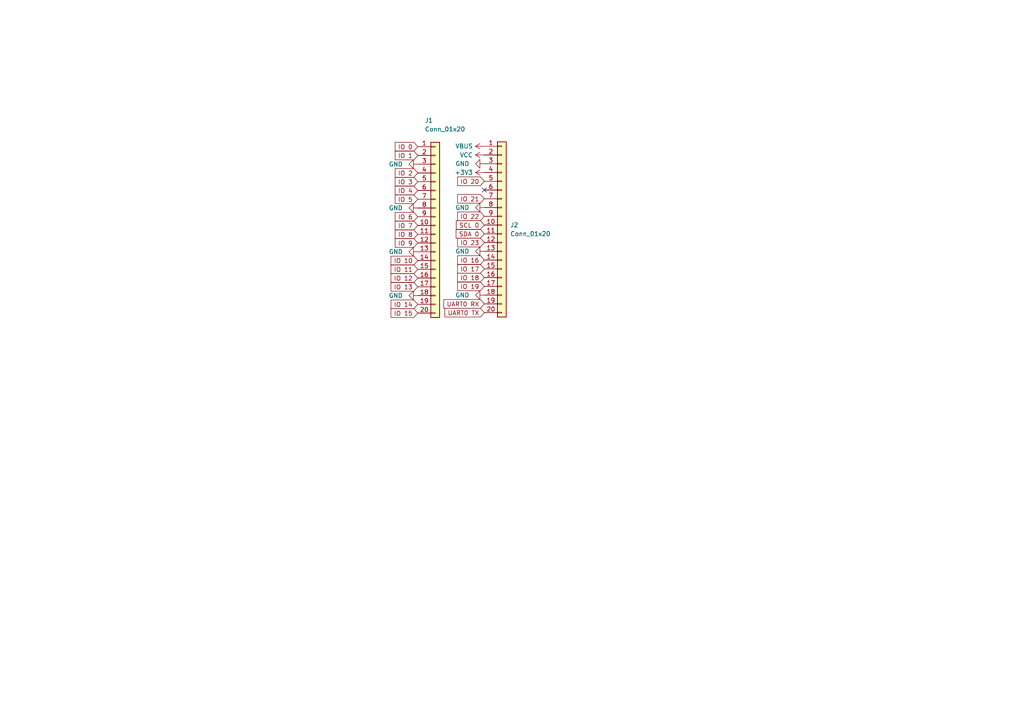
<source format=kicad_sch>
(kicad_sch (version 20211123) (generator eeschema)
  (paper "A4")
  (lib_symbols
    (symbol "Connector_Generic:Conn_01x20" (pin_names (offset 1.016) hide)
      (property "Reference" "J" (at 0 25.4 0))
      (property "Value" "Conn_01x20" (at 0 -27.94 0))
      (symbol "Conn_01x20_1_1"
        (rectangle (start -1.27 -25.273) (end 0 -25.527) (stroke (width 0.1524)))
        (rectangle (start -1.27 -22.733) (end 0 -22.987) (stroke (width 0.1524)))
        (rectangle (start -1.27 -20.193) (end 0 -20.447) (stroke (width 0.1524)))
        (rectangle (start -1.27 -17.653) (end 0 -17.907) (stroke (width 0.1524)))
        (rectangle (start -1.27 -15.113) (end 0 -15.367) (stroke (width 0.1524)))
        (rectangle (start -1.27 -12.573) (end 0 -12.827) (stroke (width 0.1524)))
        (rectangle (start -1.27 -10.033) (end 0 -10.287) (stroke (width 0.1524)))
        (rectangle (start -1.27 -7.493) (end 0 -7.747) (stroke (width 0.1524)))
        (rectangle (start -1.27 -4.953) (end 0 -5.207) (stroke (width 0.1524)))
        (rectangle (start -1.27 -2.413) (end 0 -2.667) (stroke (width 0.1524)))
        (rectangle (start -1.27 0.127) (end 0 -0.127) (stroke (width 0.1524)))
        (rectangle (start -1.27 2.667) (end 0 2.413) (stroke (width 0.1524)))
        (rectangle (start -1.27 5.207) (end 0 4.953) (stroke (width 0.1524)))
        (rectangle (start -1.27 7.747) (end 0 7.493) (stroke (width 0.1524)))
        (rectangle (start -1.27 10.287) (end 0 10.033) (stroke (width 0.1524)))
        (rectangle (start -1.27 12.827) (end 0 12.573) (stroke (width 0.1524)))
        (rectangle (start -1.27 15.367) (end 0 15.113) (stroke (width 0.1524)))
        (rectangle (start -1.27 17.907) (end 0 17.653) (stroke (width 0.1524)))
        (rectangle (start -1.27 20.447) (end 0 20.193) (stroke (width 0.1524)))
        (rectangle (start -1.27 22.987) (end 0 22.733) (stroke (width 0.1524)))
        (rectangle (start -1.27 24.13) (end 1.27 -26.67) (stroke (width 0.254)) (fill (type background)))
        (pin passive line (at -5.08 22.86 0) (length 3.81) (name "Pin_1") (number "1"))
        (pin passive line (at -5.08 0 0) (length 3.81) (name "Pin_10") (number "10"))
        (pin passive line (at -5.08 -2.54 0) (length 3.81) (name "Pin_11") (number "11"))
        (pin passive line (at -5.08 -5.08 0) (length 3.81) (name "Pin_12") (number "12"))
        (pin passive line (at -5.08 -7.62 0) (length 3.81) (name "Pin_13") (number "13"))
        (pin passive line (at -5.08 -10.16 0) (length 3.81) (name "Pin_14") (number "14"))
        (pin passive line (at -5.08 -12.7 0) (length 3.81) (name "Pin_15") (number "15"))
        (pin passive line (at -5.08 -15.24 0) (length 3.81) (name "Pin_16") (number "16"))
        (pin passive line (at -5.08 -17.78 0) (length 3.81) (name "Pin_17") (number "17"))
        (pin passive line (at -5.08 -20.32 0) (length 3.81) (name "Pin_18") (number "18"))
        (pin passive line (at -5.08 -22.86 0) (length 3.81) (name "Pin_19") (number "19"))
        (pin passive line (at -5.08 20.32 0) (length 3.81) (name "Pin_2") (number "2"))
        (pin passive line (at -5.08 -25.4 0) (length 3.81) (name "Pin_20") (number "20"))
        (pin passive line (at -5.08 17.78 0) (length 3.81) (name "Pin_3") (number "3"))
        (pin passive line (at -5.08 15.24 0) (length 3.81) (name "Pin_4") (number "4"))
        (pin passive line (at -5.08 12.7 0) (length 3.81) (name "Pin_5") (number "5"))
        (pin passive line (at -5.08 10.16 0) (length 3.81) (name "Pin_6") (number "6"))
        (pin passive line (at -5.08 7.62 0) (length 3.81) (name "Pin_7") (number "7"))
        (pin passive line (at -5.08 5.08 0) (length 3.81) (name "Pin_8") (number "8"))
        (pin passive line (at -5.08 2.54 0) (length 3.81) (name "Pin_9") (number "9"))
      )
    )
    (symbol "power:+3.3V" (power) (pin_names (offset 0))
      (property "Value" "+3.3V" (at 0 3.556 0))
      (symbol "+3.3V_0_1"
        (polyline (pts (xy -0.762 1.27) (xy 0 2.54)))
        (polyline (pts (xy 0 0) (xy 0 2.54)))
        (polyline (pts (xy 0 2.54) (xy 0.762 1.27)))
      )
      (symbol "+3.3V_1_1"
        (pin power_in line (at 0 0 90) (length 0) hide (name "+3V3") (number "1"))
      )
    )
    (symbol "power:GND" (power) (pin_names (offset 0))
      (property "Value" "GND" (at 0 -3.81 0))
      (symbol "GND_0_1"
        (polyline (pts (xy 0 0) (xy 0 -1.27) (xy 1.27 -1.27) (xy 0 -2.54) (xy -1.27 -1.27) (xy 0 -1.27)))
      )
      (symbol "GND_1_1"
        (pin power_in line (at 0 0 270) (length 0) hide (name "GND") (number "1"))
      )
    )
    (symbol "power:VBUS" (power) (pin_names (offset 0))
      (property "Value" "VBUS" (at 0 3.81 0))
      (symbol "VBUS_0_1"
        (polyline (pts (xy -0.762 1.27) (xy 0 2.54)))
        (polyline (pts (xy 0 0) (xy 0 2.54)))
        (polyline (pts (xy 0 2.54) (xy 0.762 1.27)))
      )
      (symbol "VBUS_1_1"
        (pin power_in line (at 0 0 90) (length 0) hide (name "VBUS") (number "1"))
      )
    )
    (symbol "power:VCC" (power) (pin_names (offset 0))
      (property "Value" "VCC" (at 0 3.81 0))
      (symbol "VCC_0_1"
        (polyline (pts (xy -0.762 1.27) (xy 0 2.54)))
        (polyline (pts (xy 0 0) (xy 0 2.54)))
        (polyline (pts (xy 0 2.54) (xy 0.762 1.27)))
      )
      (symbol "VCC_1_1"
        (pin power_in line (at 0 0 90) (length 0) hide (name "VCC") (number "1"))
      )
    )
  )
  (no_connect (at 140.462 55.118))
  (global_label "IO 21" (shape input) (at 140.462 57.658 180) (property "Intersheet References" "${INTERSHEET_REFS}" (effects hide)))
  (global_label "IO 4" (shape input) (at 121.158 55.245 180) (property "Intersheet References" "${INTERSHEET_REFS}" (effects hide)))
  (global_label "IO 9" (shape input) (at 121.158 70.485 180) (property "Intersheet References" "${INTERSHEET_REFS}" (effects hide)))
  (global_label "SDA 0" (shape input) (at 140.462 67.818 180) (property "Intersheet References" "${INTERSHEET_REFS}" (effects hide)))
  (global_label "UART0 RX" (shape input) (at 140.462 88.138 180) (property "Intersheet References" "${INTERSHEET_REFS}" (effects hide)))
  (global_label "IO 1" (shape input) (at 121.158 45.085 180) (property "Intersheet References" "${INTERSHEET_REFS}" (effects hide)))
  (global_label "IO 7" (shape input) (at 121.158 65.405 180) (property "Intersheet References" "${INTERSHEET_REFS}" (effects hide)))
  (global_label "IO 18" (shape input) (at 140.462 80.518 180) (property "Intersheet References" "${INTERSHEET_REFS}" (effects hide)))
  (global_label "IO 23" (shape input) (at 140.462 70.358 180) (property "Intersheet References" "${INTERSHEET_REFS}" (effects hide)))
  (global_label "IO 16" (shape input) (at 140.462 75.438 180) (property "Intersheet References" "${INTERSHEET_REFS}" (effects hide)))
  (global_label "SCL 0" (shape input) (at 140.462 65.278 180) (property "Intersheet References" "${INTERSHEET_REFS}" (effects hide)))
  (global_label "IO 12" (shape input) (at 121.158 80.645 180) (property "Intersheet References" "${INTERSHEET_REFS}" (effects hide)))
  (global_label "IO 20" (shape input) (at 140.462 52.578 180) (property "Intersheet References" "${INTERSHEET_REFS}" (effects hide)))
  (global_label "IO 0" (shape input) (at 121.158 42.545 180) (property "Intersheet References" "${INTERSHEET_REFS}" (effects hide)))
  (global_label "IO 10" (shape input) (at 121.158 75.565 180) (property "Intersheet References" "${INTERSHEET_REFS}" (effects hide)))
  (global_label "UART0 TX" (shape input) (at 140.462 90.678 180) (property "Intersheet References" "${INTERSHEET_REFS}" (effects hide)))
  (global_label "IO 3" (shape input) (at 121.158 52.705 180) (property "Intersheet References" "${INTERSHEET_REFS}" (effects hide)))
  (global_label "IO 8" (shape input) (at 121.158 67.945 180) (property "Intersheet References" "${INTERSHEET_REFS}" (effects hide)))
  (global_label "IO 22" (shape input) (at 140.462 62.738 180) (property "Intersheet References" "${INTERSHEET_REFS}" (effects hide)))
  (global_label "IO 6" (shape input) (at 121.158 62.865 180) (property "Intersheet References" "${INTERSHEET_REFS}" (effects hide)))
  (global_label "IO 11" (shape input) (at 121.158 78.105 180) (property "Intersheet References" "${INTERSHEET_REFS}" (effects hide)))
  (global_label "IO 19" (shape input) (at 140.462 83.058 180) (property "Intersheet References" "${INTERSHEET_REFS}" (effects hide)))
  (global_label "IO 5" (shape input) (at 121.158 57.785 180) (property "Intersheet References" "${INTERSHEET_REFS}" (effects hide)))
  (global_label "IO 15" (shape input) (at 121.158 90.805 180) (property "Intersheet References" "${INTERSHEET_REFS}" (effects hide)))
  (global_label "IO 17" (shape input) (at 140.462 77.978 180) (property "Intersheet References" "${INTERSHEET_REFS}" (effects hide)))
  (global_label "IO 2" (shape input) (at 121.158 50.165 180) (property "Intersheet References" "${INTERSHEET_REFS}" (effects hide)))
  (global_label "IO 13" (shape input) (at 121.158 83.185 180) (property "Intersheet References" "${INTERSHEET_REFS}" (effects hide)))
  (global_label "IO 14" (shape input) (at 121.158 88.265 180) (property "Intersheet References" "${INTERSHEET_REFS}" (effects hide)))
  (symbol (lib_id "power:VBUS") (at 140.462 42.418 90) (unit 1)
    (property "Reference" "#PWR0109" (effects hide))
    (property "Value" "VBUS" (at 137.16 42.4179 90) (effects (justify left)))
  )
  (symbol (lib_id "power:GND") (at 140.462 72.898 270) (unit 1)
    (property "Reference" "#PWR0102" (effects hide))
    (property "Value" "GND" (at 136.144 72.8979 90) (effects (justify right)))
  )
  (symbol (lib_id "power:GND") (at 121.158 85.725 270) (unit 1)
    (property "Reference" "#PWR0108" (effects hide))
    (property "Value" "GND" (at 116.84 85.7249 90) (effects (justify right)))
  )
  (symbol (lib_id "power:GND") (at 140.462 60.198 270) (unit 1)
    (property "Reference" "#PWR0101" (effects hide))
    (property "Value" "GND" (at 136.144 60.1979 90) (effects (justify right)))
  )
  (symbol (lib_id "Connector_Generic:Conn_01x20") (at 145.542 65.278 0) (unit 1)
    (property "Reference" "J2" (at 147.955 65.2779 0) (effects (justify left)))
    (property "Value" "Conn_01x20" (at 147.955 67.8179 0) (effects (justify left)))
    (property "Footprint" "Connector_PinHeader_2.54mm:PinHeader_1x20_P2.54mm_Vertical" (effects hide))
  )
  (symbol (lib_id "power:VCC") (at 140.462 44.958 90) (unit 1)
    (property "Reference" "#PWR0110" (effects hide))
    (property "Value" "VCC" (at 137.16 44.9579 90) (effects (justify left)))
  )
  (symbol (lib_id "power:+3.3V") (at 140.462 50.038 90) (unit 1)
    (property "Reference" "#PWR0111" (effects hide))
    (property "Value" "+3.3V" (at 137.16 50.0379 90) (effects (justify left)))
  )
  (symbol (lib_id "Connector_Generic:Conn_01x20") (at 126.238 65.405 0) (unit 1)
    (property "Reference" "J1" (at 123.19 34.925 0) (effects (justify left)))
    (property "Value" "Conn_01x20" (at 123.19 37.465 0) (effects (justify left)))
    (property "Footprint" "Connector_PinHeader_2.54mm:PinHeader_1x20_P2.54mm_Vertical" (effects hide))
  )
  (symbol (lib_id "power:GND") (at 121.158 60.325 270) (unit 1)
    (property "Reference" "#PWR0106" (effects hide))
    (property "Value" "GND" (at 116.84 60.3249 90) (effects (justify right)))
  )
  (symbol (lib_id "power:GND") (at 121.158 73.025 270) (unit 1)
    (property "Reference" "#PWR0105" (effects hide))
    (property "Value" "GND" (at 116.84 73.0249 90) (effects (justify right)))
  )
  (symbol (lib_id "power:GND") (at 140.462 85.598 270) (unit 1)
    (property "Reference" "#PWR0103" (effects hide))
    (property "Value" "GND" (at 136.144 85.5979 90) (effects (justify right)))
  )
  (symbol (lib_id "power:GND") (at 140.462 47.498 270) (unit 1)
    (property "Reference" "#PWR0104" (effects hide))
    (property "Value" "GND" (at 136.144 47.4979 90) (effects (justify right)))
  )
  (symbol (lib_id "power:GND") (at 121.158 47.625 270) (unit 1)
    (property "Reference" "#PWR0107" (effects hide))
    (property "Value" "GND" (at 116.84 47.6249 90) (effects (justify right)))
  )
)
</source>
